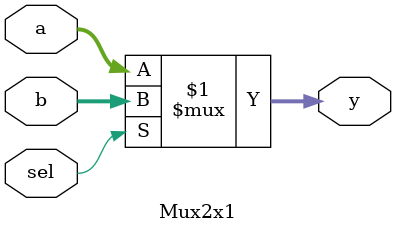
<source format=v>
module Mux2x1 #(parameter N = 8)
(
    input [N-1:0] a,
    input [N-1:0] b,
    input sel,
    output [N-1:0] y

);
    assign y = sel ? b : a;    
endmodule
</source>
